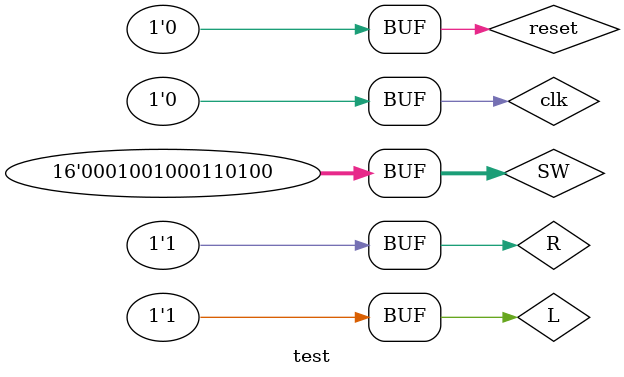
<source format=sv>
`timescale 1ns / 1ps


//module testbench();
//	logic clk;
//	logic reset;
//	logic [31:0] writedata, adr;
//	logic memwrite;
//	// instantiate device to be tested
//	top dut (clk, reset, writedata, adr, memwrite);
//	// initialize test
//	initial	begin
//		reset <= 1; # 22; reset <= 0;
//	end
//	// generate clock to sequence tests
//	always begin
//		clk <= 1; # 5; clk <= 0; # 5;
//	end
//	// check results
//	always @(negedge clk) begin
//		if (memwrite) begin
//			if (adr===84 & writedata===7) begin
//				$display("Simulation succeeded");
//				$stop;
//			end else if (adr !==80) begin
//				$display("Simulation failed");
//				$stop;
//			end
//		end
//	end
//endmodule 

module test(
    );
    logic           clk;
    logic           reset,L,R;
    logic [15:0]    SW;
    logic [7:0]     AN;
    logic [6:0]     A2G;

    top dut(clk, reset, L, R, SW, AN, A2G);
    initial
        begin
           #0;reset<=1;
           #2;reset<=0;
           #2;L<=1;R<=1;
           #2;SW<=16'h1234;
        end            
        always
            begin
                clk = 1;
                #1;
                clk = 0;
                #1;
            end
endmodule
</source>
